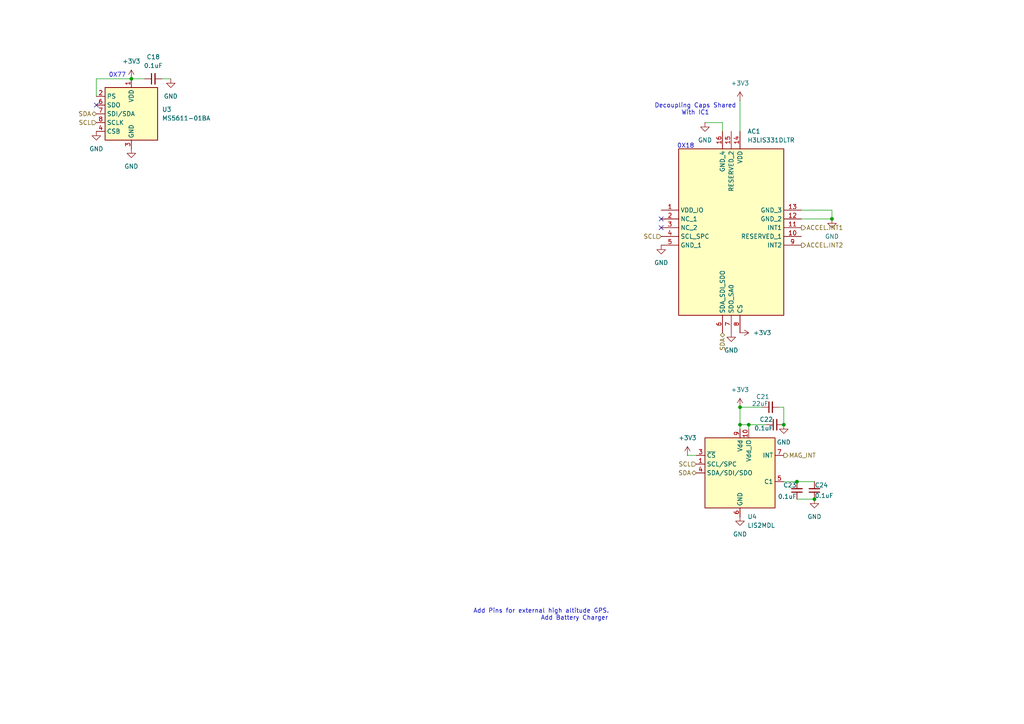
<source format=kicad_sch>
(kicad_sch (version 20250114) (generator "eeschema") (generator_version "9.0")
  (paper "A4")
  (lib_symbols
    (symbol "Device:C_Small" (pin_numbers (hide yes)) (pin_names (offset 0.254) (hide yes))
      (property "Reference" "C" (at 0.254 1.778 0))
      (property "Value" "C_Small" (at 0.254 -2.032 0))
      (symbol "C_Small_0_1"
        (polyline (pts (xy -1.524 0.508) (xy 1.524 0.508)) (stroke (width 0.3048)))
        (polyline (pts (xy -1.524 -0.508) (xy 1.524 -0.508)) (stroke (width 0.3302)))
      )
      (symbol "C_Small_1_1"
        (pin passive line (at 0 2.54 270) (length 2.032) (name "~") (number "1"))
        (pin passive line (at 0 -2.54 90) (length 2.032) (name "~") (number "2"))
      )
    )
    (symbol "H3LIS331DLTR:H3LIS331DLTR"
      (property "Reference" "AC" (at 36.83 22.86 0))
      (property "Value" "H3LIS331DLTR" (at 36.83 20.32 0))
      (symbol "H3LIS331DLTR_1_1"
        (rectangle (start 5.08 17.78) (end 35.56 -30.48) (stroke (width 0.254)) (fill (type background)))
        (pin power_in line (at 0 0 0) (length 5.08) (name "VDD_IO") (number "1"))
        (pin passive line (at 0 -2.54 0) (length 5.08) (name "NC_1") (number "2"))
        (pin passive line (at 0 -5.08 0) (length 5.08) (name "NC_2") (number "3"))
        (pin passive line (at 0 -7.62 0) (length 5.08) (name "SCL_SPC") (number "4"))
        (pin power_in line (at 0 -10.16 0) (length 5.08) (name "GND_1") (number "5"))
        (pin power_in line (at 17.78 22.86 270) (length 5.08) (name "GND_4") (number "16"))
        (pin passive line (at 17.78 -35.56 90) (length 5.08) (name "SDA_SDI_SDO") (number "6"))
        (pin passive line (at 20.32 22.86 270) (length 5.08) (name "RESERVED_2") (number "15"))
        (pin passive line (at 20.32 -35.56 90) (length 5.08) (name "SDO_SA0") (number "7"))
        (pin power_in line (at 22.86 22.86 270) (length 5.08) (name "VDD") (number "14"))
        (pin input line (at 22.86 -35.56 90) (length 5.08) (name "CS") (number "8"))
        (pin power_in line (at 40.64 0 180) (length 5.08) (name "GND_3") (number "13"))
        (pin power_in line (at 40.64 -2.54 180) (length 5.08) (name "GND_2") (number "12"))
        (pin input line (at 40.64 -5.08 180) (length 5.08) (name "INT1") (number "11"))
        (pin passive line (at 40.64 -7.62 180) (length 5.08) (name "RESERVED_1") (number "10"))
        (pin input line (at 40.64 -10.16 180) (length 5.08) (name "INT2") (number "9"))
      )
    )
    (symbol "Sensor_Magnetic:LIS2MDL"
      (property "Reference" "U" (at -8.89 11.43 0))
      (property "Value" "LIS2MDL" (at 7.62 11.43 0))
      (symbol "LIS2MDL_0_1"
        (rectangle (start -10.16 10.16) (end 10.16 -10.16) (stroke (width 0.254)) (fill (type background)))
      )
      (symbol "LIS2MDL_1_1"
        (pin input line (at -12.7 5.08 0) (length 2.54) (name "~{CS}") (number "3"))
        (pin input line (at -12.7 2.54 0) (length 2.54) (name "SCL/SPC") (number "1"))
        (pin bidirectional line (at -12.7 0 0) (length 2.54) (name "SDA/SDI/SDO") (number "4"))
        (pin no_connect line (at -10.16 -5.08 0) (length 2.54) (hide yes) (name "NC") (number "2"))
        (pin no_connect line (at -10.16 -7.62 0) (length 2.54) (hide yes) (name "NC") (number "11"))
        (pin power_in line (at 0 12.7 270) (length 2.54) (name "Vdd") (number "9"))
        (pin power_in line (at 0 -12.7 90) (length 2.54) (name "GND") (number "6"))
        (pin passive line (at 0 -12.7 90) (length 2.54) (hide yes) (name "GND") (number "8"))
        (pin power_in line (at 2.54 12.7 270) (length 2.54) (name "Vdd_IO") (number "10"))
        (pin no_connect line (at 10.16 -7.62 180) (length 2.54) (hide yes) (name "NC") (number "12"))
        (pin output line (at 12.7 5.08 180) (length 2.54) (name "DRDY") (number "7") (alternate "INT" output line))
        (pin power_out line (at 12.7 -2.54 180) (length 2.54) (name "C1") (number "5"))
      )
    )
    (symbol "Sensor_Pressure:MS5611-01BA"
      (property "Reference" "U" (at -6.35 8.89 0))
      (property "Value" "MS5611-01BA" (at 7.62 8.89 0))
      (symbol "MS5611-01BA_0_1"
        (rectangle (start -7.62 7.62) (end 7.62 -7.62) (stroke (width 0.254)) (fill (type background)))
      )
      (symbol "MS5611-01BA_1_1"
        (pin input line (at -10.16 5.08 0) (length 2.54) (name "PS") (number "2"))
        (pin output line (at -10.16 2.54 0) (length 2.54) (name "SDO") (number "6"))
        (pin bidirectional line (at -10.16 0 0) (length 2.54) (name "SDI/SDA") (number "7"))
        (pin input line (at -10.16 -2.54 0) (length 2.54) (name "SCLK") (number "8"))
        (pin input line (at -10.16 -5.08 0) (length 2.54) (name "CSB") (number "4"))
        (pin input line (at -10.16 -5.08 0) (length 2.54) (hide yes) (name "CSB") (number "5"))
        (pin power_in line (at 0 10.16 270) (length 2.54) (name "VDD") (number "1"))
        (pin power_in line (at 0 -10.16 90) (length 2.54) (name "GND") (number "3"))
      )
    )
    (symbol "power:+3V3" (power) (pin_numbers (hide yes)) (pin_names (offset 0) (hide yes))
      (property "Value" "+3V3" (at 0 3.556 0))
      (symbol "+3V3_0_1"
        (polyline (pts (xy -0.762 1.27) (xy 0 2.54)))
        (polyline (pts (xy 0 2.54) (xy 0.762 1.27)))
        (polyline (pts (xy 0 0) (xy 0 2.54)))
      )
      (symbol "+3V3_1_1"
        (pin power_in line (at 0 0 90) (length 0) (name "~") (number "1"))
      )
    )
    (symbol "power:GND" (power) (pin_numbers (hide yes)) (pin_names (offset 0) (hide yes))
      (property "Value" "GND" (at 0 -3.81 0))
      (symbol "GND_0_1"
        (polyline (pts (xy 0 0) (xy 0 -1.27) (xy 1.27 -1.27) (xy 0 -2.54) (xy -1.27 -1.27) (xy 0 -1.27)))
      )
      (symbol "GND_1_1"
        (pin power_in line (at 0 0 270) (length 0) (name "~") (number "1"))
      )
    )
  )
  (text "0X18" (at 198.882 42.418 0) (effects (font (size 1.27 1.27))))
  (text "Add Pins for external high altitude GPS." (at 156.972 177.292 0) (effects (font (size 1.27 1.27))))
  (text "Decoupling Caps Shared\nWith IC1" (at 201.676 31.75 0) (effects (font (size 1.27 1.27))))
  (text "Add Battery Charger" (at 166.624 179.324 0) (effects (font (size 1.27 1.27))))
  (text "0X77" (at 34.036 21.844 0) (effects (font (size 1.27 1.27))))
  (junction (at 38.1 22.86))
  (junction (at 214.63 123.19))
  (junction (at 227.33 123.19))
  (junction (at 214.63 118.11))
  (junction (at 231.14 139.7))
  (junction (at 241.3 63.5))
  (junction (at 236.22 144.78))
  (junction (at 217.17 123.19))
  (no_connect (at 191.77 66.04))
  (no_connect (at 27.94 30.48))
  (no_connect (at 191.77 63.5))
  (wire (pts (xy 227.33 139.7) (xy 231.14 139.7)))
  (wire (pts (xy 231.14 144.78) (xy 236.22 144.78)))
  (wire (pts (xy 217.17 124.46) (xy 217.17 123.19)))
  (wire (pts (xy 214.63 118.11) (xy 214.63 123.19)))
  (wire (pts (xy 27.94 22.86) (xy 27.94 27.94)))
  (wire (pts (xy 46.99 22.86) (xy 49.53 22.86)))
  (wire (pts (xy 226.06 118.11) (xy 227.33 118.11)))
  (wire (pts (xy 232.41 63.5) (xy 241.3 63.5)))
  (wire (pts (xy 214.63 118.11) (xy 220.98 118.11)))
  (wire (pts (xy 199.39 132.08) (xy 201.93 132.08)))
  (wire (pts (xy 231.14 139.7) (xy 236.22 139.7)))
  (wire (pts (xy 227.33 118.11) (xy 227.33 123.19)))
  (wire (pts (xy 209.55 35.56) (xy 209.55 38.1)))
  (wire (pts (xy 217.17 123.19) (xy 222.25 123.19)))
  (wire (pts (xy 232.41 60.96) (xy 241.3 60.96)))
  (wire (pts (xy 214.63 123.19) (xy 217.17 123.19)))
  (wire (pts (xy 214.63 123.19) (xy 214.63 124.46)))
  (wire (pts (xy 38.1 22.86) (xy 41.91 22.86)))
  (wire (pts (xy 214.63 29.21) (xy 214.63 38.1)))
  (wire (pts (xy 241.3 60.96) (xy 241.3 63.5)))
  (wire (pts (xy 204.47 35.56) (xy 209.55 35.56)))
  (wire (pts (xy 27.94 22.86) (xy 38.1 22.86)))
  (hierarchical_label "SCL" (shape input) (at 191.77 68.58 180))
  (hierarchical_label "ACCEL.INT1" (shape output) (at 232.41 66.04 0))
  (hierarchical_label "SDA" (shape bidirectional) (at 209.55 96.52 270))
  (hierarchical_label "SCL" (shape input) (at 27.94 35.56 180))
  (hierarchical_label "ACCEL.INT2" (shape output) (at 232.41 71.12 0))
  (hierarchical_label "SDA" (shape bidirectional) (at 27.94 33.02 180))
  (hierarchical_label "SDA" (shape bidirectional) (at 201.93 137.16 180))
  (hierarchical_label "MAG_INT" (shape output) (at 227.33 132.08 0))
  (hierarchical_label "SCL" (shape input) (at 201.93 134.62 180))
  (symbol (lib_id "power:+3V3") (at 214.63 29.21 0) (unit 1)
    (property "Reference" "#PWR082" (effects (hide yes)))
    (property "Value" "+3V3" (at 214.63 24.13 0))
    (property "Description" "Power symbol creates a global label with name \"+3V3\"" (effects (hide yes)))
  )
  (symbol (lib_id "power:GND") (at 214.63 149.86 0) (unit 1)
    (property "Reference" "#PWR088" (effects (hide yes)))
    (property "Value" "GND" (at 214.63 154.94 0))
    (property "Description" "Power symbol creates a global label with name \"GND\" , ground" (effects (hide yes)))
  )
  (symbol (lib_id "power:GND") (at 27.94 38.1 0) (unit 1)
    (property "Reference" "#PWR075" (effects (hide yes)))
    (property "Value" "GND" (at 27.94 43.18 0))
    (property "Description" "Power symbol creates a global label with name \"GND\" , ground" (effects (hide yes)))
  )
  (symbol (lib_id "Device:C_Small") (at 224.79 123.19 90) (unit 1)
    (property "Reference" "C22" (at 222.25 121.666 90))
    (property "Value" "0.1uF" (at 221.488 124.206 90))
    (property "Footprint" "Capacitor_SMD:C_0805_2012Metric_Pad1.18x1.45mm_HandSolder" (effects (hide yes)))
    (property "Description" "Unpolarized capacitor, small symbol" (effects (hide yes)))
    (property "Manufacturer_Name" "Kyocera AVX" (effects (hide yes)))
    (property "Manufacturer_Part_Number" "08053C104KAT2A" (effects (hide yes)))
    (property "Mouser Part Number" "581-08053C104K" (effects (hide yes)))
    (property "Mouser Price/Stock" "https://www.mouser.ca/ProductDetail/KYOCERA-AVX/08053C104KAT2A?qs=EihRZLdKnF2GcTBzDkE%2FiQ%3D%3D" (effects (hide yes)))
    (property "Price" "0.07" (effects (hide yes)))
  )
  (symbol (lib_id "Sensor_Pressure:MS5611-01BA") (at 38.1 33.02 0) (unit 1)
    (property "Reference" "U3" (at 46.99 31.7499 0) (effects (justify left)))
    (property "Value" "MS5611-01BA" (at 46.99 34.2899 0) (effects (justify left)))
    (property "Footprint" "Package_LGA:LGA-8_3x5mm_P1.25mm" (effects (hide yes)))
    (property "Datasheet" "https://www.te.com/commerce/DocumentDelivery/DDEController?Action=srchrtrv&DocNm=MS5611-01BA03&DocType=Data+Sheet&DocLang=English" (effects (hide yes)))
    (property "Description" "Barometric pressure sensor, 10cm resolution, 10 to 1200 mbar, I2C and SPI interface up to 20MHz, LGA-8" (effects (hide yes)))
  )
  (symbol (lib_id "power:GND") (at 241.3 63.5 0) (unit 1)
    (property "Reference" "#PWR079" (effects (hide yes)))
    (property "Value" "GND" (at 241.3 68.58 0))
    (property "Description" "Power symbol creates a global label with name \"GND\" , ground" (effects (hide yes)))
  )
  (symbol (lib_id "H3LIS331DLTR:H3LIS331DLTR") (at 191.77 60.96 0) (unit 1)
    (property "Reference" "AC1" (at 216.7733 38.1 0) (effects (justify left)))
    (property "Value" "H3LIS331DLTR" (at 216.7733 40.64 0) (effects (justify left)))
    (property "Footprint" "GlobalLibrary:LIS3DHTR" (effects (hide yes)))
    (property "Datasheet" "http://www.st.com/st-web-ui/static/active/en/resource/technical/document/datasheet/DM00053090.pdf" (effects (hide yes)))
    (property "Description" "Accelerometers Low Pwr Hi G 3-axis Digital Acceleromtr" (effects (hide yes)))
    (property "Height" "1" (effects (hide yes)))
    (property "Mouser Part Number" "511-H3LIS331DLTR" (effects (hide yes)))
    (property "Mouser Price/Stock" "https://www.mouser.co.uk/ProductDetail/STMicroelectronics/H3LIS331DLTR?qs=TAo1I7FhABsAZFqkqNUSRA%3D%3D" (effects (hide yes)))
    (property "Manufacturer_Name" "STMicroelectronics" (effects (hide yes)))
    (property "Manufacturer_Part_Number" "H3LIS331DLTR" (effects (hide yes)))
  )
  (symbol (lib_id "power:GND") (at 227.33 123.19 0) (unit 1)
    (property "Reference" "#PWR086" (effects (hide yes)))
    (property "Value" "GND" (at 227.33 128.27 0))
    (property "Description" "Power symbol creates a global label with name \"GND\" , ground" (effects (hide yes)))
  )
  (symbol (lib_id "Device:C_Small") (at 44.45 22.86 90) (unit 1)
    (property "Reference" "C18" (at 44.4563 16.51 90))
    (property "Value" "0.1uF" (at 44.4563 19.05 90))
    (property "Footprint" "Capacitor_SMD:C_0805_2012Metric_Pad1.18x1.45mm_HandSolder" (effects (hide yes)))
    (property "Description" "Unpolarized capacitor, small symbol" (effects (hide yes)))
    (property "Manufacturer_Name" "Kyocera AVX" (effects (hide yes)))
    (property "Manufacturer_Part_Number" "08053C104KAT2A" (effects (hide yes)))
    (property "Mouser Part Number" "581-08053C104K" (effects (hide yes)))
    (property "Mouser Price/Stock" "https://www.mouser.ca/ProductDetail/KYOCERA-AVX/08053C104KAT2A?qs=EihRZLdKnF2GcTBzDkE%2FiQ%3D%3D" (effects (hide yes)))
    (property "Price" "0.07" (effects (hide yes)))
  )
  (symbol (lib_id "Sensor_Magnetic:LIS2MDL") (at 214.63 137.16 0) (unit 1)
    (property "Reference" "U4" (at 216.7733 149.86 0) (effects (justify left)))
    (property "Value" "LIS2MDL" (at 216.7733 152.4 0) (effects (justify left)))
    (property "Footprint" "Package_LGA:LGA-12_2x2mm_P0.5mm" (effects (hide yes)))
    (property "Datasheet" "https://www.st.com/resource/en/datasheet/lis2mdl.pdf" (effects (hide yes)))
    (property "Description" "Ultra-low-power, 3-axis digital output magnetometer, LGA-12" (effects (hide yes)))
    (pin "7" (alternate "INT"))
  )
  (symbol (lib_id "power:+3V3") (at 214.63 96.52 270) (unit 1)
    (property "Reference" "#PWR083" (effects (hide yes)))
    (property "Value" "+3V3" (at 218.44 96.5199 90) (effects (justify left)))
    (property "Description" "Power symbol creates a global label with name \"+3V3\"" (effects (hide yes)))
  )
  (symbol (lib_id "power:GND") (at 212.09 96.52 0) (unit 1)
    (property "Reference" "#PWR078" (effects (hide yes)))
    (property "Value" "GND" (at 212.09 101.6 0))
    (property "Description" "Power symbol creates a global label with name \"GND\" , ground" (effects (hide yes)))
  )
  (symbol (lib_id "power:+3V3") (at 38.1 22.86 0) (unit 1)
    (property "Reference" "#PWR074" (effects (hide yes)))
    (property "Value" "+3V3" (at 38.1 17.78 0))
    (property "Description" "Power symbol creates a global label with name \"+3V3\"" (effects (hide yes)))
  )
  (symbol (lib_id "Device:C_Small") (at 231.14 142.24 180) (unit 1)
    (property "Reference" "C23" (at 229.108 140.716 0))
    (property "Value" "0.1uF" (at 228.346 144.018 0))
    (property "Footprint" "Capacitor_SMD:C_0805_2012Metric_Pad1.18x1.45mm_HandSolder" (effects (hide yes)))
    (property "Description" "Unpolarized capacitor, small symbol" (effects (hide yes)))
    (property "Manufacturer_Name" "Kyocera AVX" (effects (hide yes)))
    (property "Manufacturer_Part_Number" "08053C104KAT2A" (effects (hide yes)))
    (property "Mouser Part Number" "581-08053C104K" (effects (hide yes)))
    (property "Mouser Price/Stock" "https://www.mouser.ca/ProductDetail/KYOCERA-AVX/08053C104KAT2A?qs=EihRZLdKnF2GcTBzDkE%2FiQ%3D%3D" (effects (hide yes)))
    (property "Price" "0.07" (effects (hide yes)))
  )
  (symbol (lib_id "power:GND") (at 236.22 144.78 0) (unit 1)
    (property "Reference" "#PWR087" (effects (hide yes)))
    (property "Value" "GND" (at 236.22 149.86 0))
    (property "Description" "Power symbol creates a global label with name \"GND\" , ground" (effects (hide yes)))
  )
  (symbol (lib_id "Device:C_Small") (at 236.22 142.24 180) (unit 1)
    (property "Reference" "C24" (at 238.252 140.716 0))
    (property "Value" "0.1uF" (at 239.014 143.764 0))
    (property "Footprint" "Capacitor_SMD:C_0805_2012Metric_Pad1.18x1.45mm_HandSolder" (effects (hide yes)))
    (property "Description" "Unpolarized capacitor, small symbol" (effects (hide yes)))
    (property "Manufacturer_Name" "Kyocera AVX" (effects (hide yes)))
    (property "Manufacturer_Part_Number" "08053C104KAT2A" (effects (hide yes)))
    (property "Mouser Part Number" "581-08053C104K" (effects (hide yes)))
    (property "Mouser Price/Stock" "https://www.mouser.ca/ProductDetail/KYOCERA-AVX/08053C104KAT2A?qs=EihRZLdKnF2GcTBzDkE%2FiQ%3D%3D" (effects (hide yes)))
    (property "Price" "0.07" (effects (hide yes)))
  )
  (symbol (lib_id "power:GND") (at 191.77 71.12 0) (unit 1)
    (property "Reference" "#PWR080" (effects (hide yes)))
    (property "Value" "GND" (at 191.77 76.2 0))
    (property "Description" "Power symbol creates a global label with name \"GND\" , ground" (effects (hide yes)))
  )
  (symbol (lib_id "Device:C_Small") (at 223.52 118.11 90) (unit 1)
    (property "Reference" "C21" (at 221.234 115.062 90))
    (property "Value" "22uF" (at 220.472 117.094 90))
    (property "Footprint" "Capacitor_SMD:C_0805_2012Metric_Pad1.18x1.45mm_HandSolder" (effects (hide yes)))
    (property "Description" "Unpolarized capacitor, small symbol" (effects (hide yes)))
    (property "Manufacturer_Name" "Murata Electronics" (effects (hide yes)))
    (property "Manufacturer_Part_Number" "GRM21BZ70J226ME44L" (effects (hide yes)))
    (property "Mouser Part Number" "81-GRM21BZ70J226ME4L" (effects (hide yes)))
    (property "Mouser Price/Stock" "https://www.mouser.ca/ProductDetail/Murata-Electronics/GRM21BZ70J226ME44L?qs=gt1LBUVyoHk1niSPiXLfGQ%3D%3D" (effects (hide yes)))
    (property "Price" "0.293" (effects (hide yes)))
  )
  (symbol (lib_id "power:GND") (at 49.53 22.86 0) (unit 1)
    (property "Reference" "#PWR076" (effects (hide yes)))
    (property "Value" "GND" (at 49.53 27.94 0))
    (property "Description" "Power symbol creates a global label with name \"GND\" , ground" (effects (hide yes)))
  )
  (symbol (lib_id "power:+3V3") (at 199.39 132.08 0) (unit 1)
    (property "Reference" "#PWR085" (effects (hide yes)))
    (property "Value" "+3V3" (at 199.39 127 0))
    (property "Description" "Power symbol creates a global label with name \"+3V3\"" (effects (hide yes)))
  )
  (symbol (lib_id "power:GND") (at 204.47 35.56 0) (unit 1)
    (property "Reference" "#PWR081" (effects (hide yes)))
    (property "Value" "GND" (at 204.47 40.64 0))
    (property "Description" "Power symbol creates a global label with name \"GND\" , ground" (effects (hide yes)))
  )
  (symbol (lib_id "power:+3V3") (at 214.63 118.11 0) (unit 1)
    (property "Reference" "#PWR084" (effects (hide yes)))
    (property "Value" "+3V3" (at 214.63 113.03 0))
    (property "Description" "Power symbol creates a global label with name \"+3V3\"" (effects (hide yes)))
  )
  (symbol (lib_id "power:GND") (at 38.1 43.18 0) (unit 1)
    (property "Reference" "#PWR073" (effects (hide yes)))
    (property "Value" "GND" (at 38.1 48.26 0))
    (property "Description" "Power symbol creates a global label with name \"GND\" , ground" (effects (hide yes)))
  )
)
</source>
